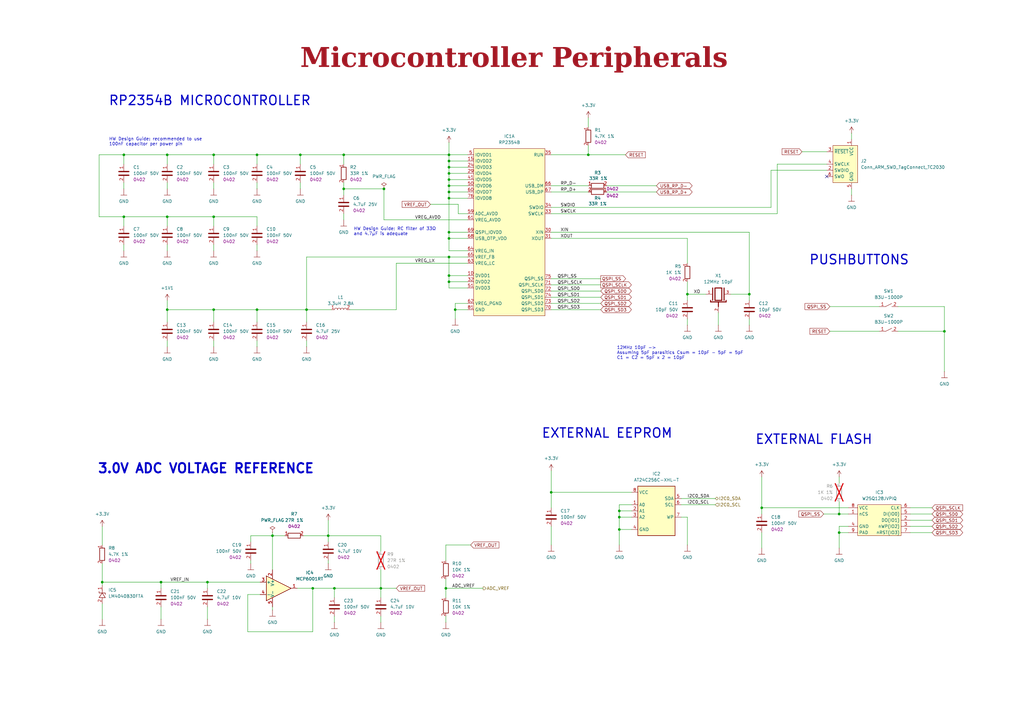
<source format=kicad_sch>
(kicad_sch (version 20250114) (generator "eeschema") (generator_version "9.0")
  (paper "A3")
  (title_block (title "Microcontroller Peripherals") (date "2026-02-05") (rev "1.0.0") (company "DvidMakesThings"))
  (text "EXTERNAL EEPROM" (at 221.996 177.8 0) (effects (font (size 3.81 3.81) (thickness 0.508) (bold yes)) (justify left)))
  (text "PUSHBUTTONS" (at 331.724 106.68 0) (effects (font (size 3.81 3.81) (thickness 0.508) (bold yes)) (justify left)))
  (text "EXTERNAL FLASH" (at 309.626 180.34 0) (effects (font (size 3.81 3.81) (thickness 0.508) (bold yes)) (justify left)))
  (text "RP2354B MICROCONTROLLER" (at 44.45 41.402 0) (effects (font (size 3.81 3.81) (thickness 0.508) (bold yes)) (justify left)))
  (text "HW Design Guide: RC filter of 33Ω\nand 4.7μF is adequate" (at 145.034 94.996 0) (effects (font (size 1.27 1.27)) (justify left)))
  (text "HW Design Guide: recommended to use\n100nF capacitor per power pin" (at 44.704 58.166 0) (effects (font (size 1.27 1.27)) (justify left)))
  (text "3.0V ADC VOLTAGE REFERENCE" (at 39.878 192.278 0) (effects (font (size 3.81 3.81) (thickness 0.762) (bold yes)) (justify left)))
  (text "12MHz 10pF ->\nAssuming 5pF parasitics Csum = 10pF - 5pF = 5pF\nC1 = C2 = 5pF x 2 = 10pF" (at 252.984 144.78 0) (effects (font (size 1.27 1.27)) (justify left)))
  (text_box "Microcontroller Peripherals" (at 13.97 17.78 0) (size 393.7 12.7) (margins 5.9999 5.9999 5.9999 5.9999) (stroke (width -0.0001)) (effects (font (size 8 8) (thickness 1.2) (bold yes))))
  (junction (at 182.88 241.3))
  (junction (at 157.48 77.47))
  (junction (at 184.15 71.12))
  (junction (at 156.21 241.3))
  (junction (at 85.09 238.76))
  (junction (at 184.15 105.41))
  (junction (at 254 212.09))
  (junction (at 184.15 76.2))
  (junction (at 87.63 63.5))
  (junction (at 87.63 88.9))
  (junction (at 140.97 77.47))
  (junction (at 41.91 238.76))
  (junction (at 105.41 63.5))
  (junction (at 123.19 63.5))
  (junction (at 307.34 120.65))
  (junction (at 186.69 127))
  (junction (at 184.15 95.25))
  (junction (at 387.35 135.89))
  (junction (at 184.15 97.79))
  (junction (at 312.42 208.28))
  (junction (at 184.15 73.66))
  (junction (at 68.58 127))
  (junction (at 226.06 201.93))
  (junction (at 344.17 218.44))
  (junction (at 134.62 219.71))
  (junction (at 128.27 241.3))
  (junction (at 184.15 63.5))
  (junction (at 137.16 241.3))
  (junction (at 50.8 63.5))
  (junction (at 68.58 88.9))
  (junction (at 66.04 238.76))
  (junction (at 184.15 68.58))
  (junction (at 241.3 63.5))
  (junction (at 184.15 115.57))
  (junction (at 184.15 81.28))
  (junction (at 281.94 120.65))
  (junction (at 184.15 66.04))
  (junction (at 50.8 88.9))
  (junction (at 68.58 63.5))
  (junction (at 125.73 127))
  (junction (at 111.76 219.71))
  (junction (at 140.97 63.5))
  (junction (at 184.15 113.03))
  (junction (at 344.17 210.82))
  (junction (at 254 217.17))
  (junction (at 184.15 78.74))
  (junction (at 254 209.55))
  (junction (at 105.41 127))
  (junction (at 87.63 127))
  (no_connect (at 339.09 72.39))
  (wire (pts (xy 307.34 133.35) (xy 307.34 130.81)))
  (wire (pts (xy 125.73 105.41) (xy 125.73 127)))
  (wire (pts (xy 182.88 241.3) (xy 198.12 241.3)))
  (wire (pts (xy 191.77 115.57) (xy 184.15 115.57)))
  (wire (pts (xy 162.56 107.95) (xy 191.77 107.95)))
  (wire (pts (xy 344.17 210.82) (xy 337.82 210.82)))
  (wire (pts (xy 68.58 92.71) (xy 68.58 88.9)))
  (wire (pts (xy 226.06 87.63) (xy 318.77 87.63)))
  (wire (pts (xy 184.15 78.74) (xy 191.77 78.74)))
  (wire (pts (xy 191.77 95.25) (xy 184.15 95.25)))
  (wire (pts (xy 191.77 113.03) (xy 184.15 113.03)))
  (wire (pts (xy 85.09 238.76) (xy 66.04 238.76)))
  (wire (pts (xy 105.41 127) (xy 105.41 132.08)))
  (wire (pts (xy 87.63 88.9) (xy 68.58 88.9)))
  (wire (pts (xy 184.15 68.58) (xy 191.77 68.58)))
  (wire (pts (xy 182.88 223.52) (xy 193.04 223.52)))
  (wire (pts (xy 156.21 219.71) (xy 134.62 219.71)))
  (wire (pts (xy 184.15 71.12) (xy 191.77 71.12)))
  (wire (pts (xy 226.06 119.38) (xy 246.38 119.38)))
  (wire (pts (xy 226.06 127) (xy 246.38 127)))
  (wire (pts (xy 184.15 102.87) (xy 184.15 97.79)))
  (wire (pts (xy 87.63 127) (xy 105.41 127)))
  (wire (pts (xy 347.98 208.28) (xy 312.42 208.28)))
  (wire (pts (xy 156.21 233.68) (xy 156.21 241.3)))
  (wire (pts (xy 254 209.55) (xy 254 212.09)))
  (wire (pts (xy 105.41 63.5) (xy 105.41 67.31)))
  (wire (pts (xy 241.3 63.5) (xy 256.54 63.5)))
  (wire (pts (xy 87.63 63.5) (xy 87.63 67.31)))
  (wire (pts (xy 373.38 208.28) (xy 382.27 208.28)))
  (wire (pts (xy 50.8 88.9) (xy 40.64 88.9)))
  (wire (pts (xy 182.88 245.11) (xy 182.88 241.3)))
  (wire (pts (xy 137.16 241.3) (xy 128.27 241.3)))
  (wire (pts (xy 312.42 195.58) (xy 312.42 208.28)))
  (wire (pts (xy 279.4 212.09) (xy 281.94 212.09)))
  (wire (pts (xy 157.48 90.17) (xy 191.77 90.17)))
  (wire (pts (xy 128.27 241.3) (xy 121.92 241.3)))
  (wire (pts (xy 135.89 127) (xy 125.73 127)))
  (wire (pts (xy 312.42 224.79) (xy 312.42 218.44)))
  (wire (pts (xy 347.98 210.82) (xy 344.17 210.82)))
  (wire (pts (xy 373.38 215.9) (xy 382.27 215.9)))
  (wire (pts (xy 66.04 254) (xy 66.04 248.92)))
  (wire (pts (xy 373.38 213.36) (xy 382.27 213.36)))
  (wire (pts (xy 259.08 207.01) (xy 254 207.01)))
  (wire (pts (xy 140.97 90.17) (xy 140.97 87.63)))
  (wire (pts (xy 87.63 63.5) (xy 105.41 63.5)))
  (wire (pts (xy 68.58 127) (xy 87.63 127)))
  (wire (pts (xy 349.25 80.01) (xy 349.25 77.47)))
  (wire (pts (xy 226.06 97.79) (xy 281.94 97.79)))
  (wire (pts (xy 368.3 125.73) (xy 387.35 125.73)))
  (wire (pts (xy 137.16 241.3) (xy 137.16 245.11)))
  (wire (pts (xy 125.73 127) (xy 125.73 132.08)))
  (wire (pts (xy 191.77 97.79) (xy 184.15 97.79)))
  (wire (pts (xy 184.15 105.41) (xy 125.73 105.41)))
  (wire (pts (xy 184.15 63.5) (xy 191.77 63.5)))
  (wire (pts (xy 162.56 127) (xy 162.56 107.95)))
  (wire (pts (xy 289.56 120.65) (xy 281.94 120.65)))
  (wire (pts (xy 344.17 195.58) (xy 344.17 198.12)))
  (wire (pts (xy 241.3 48.26) (xy 241.3 52.07)))
  (wire (pts (xy 254 212.09) (xy 259.08 212.09)))
  (wire (pts (xy 105.41 77.47) (xy 105.41 74.93)))
  (wire (pts (xy 191.77 81.28) (xy 184.15 81.28)))
  (wire (pts (xy 184.15 81.28) (xy 184.15 78.74)))
  (wire (pts (xy 254 217.17) (xy 259.08 217.17)))
  (wire (pts (xy 281.94 212.09) (xy 281.94 223.52)))
  (wire (pts (xy 105.41 127) (xy 125.73 127)))
  (wire (pts (xy 128.27 259.08) (xy 128.27 241.3)))
  (wire (pts (xy 140.97 63.5) (xy 184.15 63.5)))
  (wire (pts (xy 87.63 77.47) (xy 87.63 74.93)))
  (wire (pts (xy 316.23 69.85) (xy 339.09 69.85)))
  (wire (pts (xy 186.69 127) (xy 186.69 130.81)))
  (wire (pts (xy 294.64 133.35) (xy 294.64 128.27)))
  (wire (pts (xy 307.34 120.65) (xy 307.34 123.19)))
  (wire (pts (xy 184.15 118.11) (xy 184.15 115.57)))
  (wire (pts (xy 184.15 73.66) (xy 184.15 71.12)))
  (wire (pts (xy 281.94 97.79) (xy 281.94 107.95)))
  (wire (pts (xy 68.58 102.87) (xy 68.58 100.33)))
  (wire (pts (xy 316.23 85.09) (xy 316.23 69.85)))
  (wire (pts (xy 143.51 127) (xy 162.56 127)))
  (wire (pts (xy 102.87 222.25) (xy 102.87 219.71)))
  (wire (pts (xy 101.6 259.08) (xy 128.27 259.08)))
  (wire (pts (xy 68.58 123.19) (xy 68.58 127)))
  (wire (pts (xy 186.69 127) (xy 191.77 127)))
  (wire (pts (xy 254 207.01) (xy 254 209.55)))
  (wire (pts (xy 340.36 125.73) (xy 360.68 125.73)))
  (wire (pts (xy 50.8 63.5) (xy 50.8 67.31)))
  (wire (pts (xy 368.3 135.89) (xy 387.35 135.89)))
  (wire (pts (xy 226.06 76.2) (xy 241.3 76.2)))
  (wire (pts (xy 50.8 88.9) (xy 68.58 88.9)))
  (wire (pts (xy 318.77 67.31) (xy 339.09 67.31)))
  (wire (pts (xy 182.88 241.3) (xy 182.88 237.49)))
  (wire (pts (xy 344.17 205.74) (xy 344.17 210.82)))
  (wire (pts (xy 191.77 105.41) (xy 184.15 105.41)))
  (wire (pts (xy 184.15 68.58) (xy 184.15 66.04)))
  (wire (pts (xy 191.77 118.11) (xy 184.15 118.11)))
  (wire (pts (xy 111.76 219.71) (xy 116.84 219.71)))
  (wire (pts (xy 184.15 115.57) (xy 184.15 113.03)))
  (wire (pts (xy 184.15 97.79) (xy 184.15 95.25)))
  (wire (pts (xy 184.15 113.03) (xy 184.15 105.41)))
  (wire (pts (xy 254 212.09) (xy 254 217.17)))
  (wire (pts (xy 134.62 231.14) (xy 134.62 229.87)))
  (wire (pts (xy 299.72 120.65) (xy 307.34 120.65)))
  (wire (pts (xy 124.46 219.71) (xy 134.62 219.71)))
  (wire (pts (xy 40.64 63.5) (xy 50.8 63.5)))
  (wire (pts (xy 226.06 78.74) (xy 241.3 78.74)))
  (wire (pts (xy 307.34 95.25) (xy 307.34 120.65)))
  (wire (pts (xy 50.8 92.71) (xy 50.8 88.9)))
  (wire (pts (xy 85.09 241.3) (xy 85.09 238.76)))
  (wire (pts (xy 184.15 95.25) (xy 184.15 81.28)))
  (wire (pts (xy 41.91 238.76) (xy 41.91 240.03)))
  (wire (pts (xy 187.96 83.82) (xy 187.96 87.63)))
  (wire (pts (xy 50.8 63.5) (xy 68.58 63.5)))
  (wire (pts (xy 281.94 133.35) (xy 281.94 130.81)))
  (wire (pts (xy 226.06 124.46) (xy 246.38 124.46)))
  (wire (pts (xy 279.4 204.47) (xy 293.37 204.47)))
  (wire (pts (xy 85.09 238.76) (xy 106.68 238.76)))
  (wire (pts (xy 41.91 231.14) (xy 41.91 238.76)))
  (wire (pts (xy 226.06 201.93) (xy 226.06 208.28)))
  (wire (pts (xy 156.21 255.27) (xy 156.21 252.73)))
  (wire (pts (xy 111.76 250.19) (xy 111.76 248.92)))
  (wire (pts (xy 102.87 219.71) (xy 111.76 219.71)))
  (wire (pts (xy 187.96 87.63) (xy 191.77 87.63)))
  (wire (pts (xy 105.41 142.24) (xy 105.41 139.7)))
  (wire (pts (xy 134.62 213.36) (xy 134.62 219.71)))
  (wire (pts (xy 85.09 254) (xy 85.09 248.92)))
  (wire (pts (xy 105.41 92.71) (xy 105.41 88.9)))
  (wire (pts (xy 41.91 215.9) (xy 41.91 223.52)))
  (wire (pts (xy 50.8 102.87) (xy 50.8 100.33)))
  (wire (pts (xy 156.21 241.3) (xy 137.16 241.3)))
  (wire (pts (xy 157.48 90.17) (xy 157.48 77.47)))
  (wire (pts (xy 68.58 63.5) (xy 68.58 67.31)))
  (wire (pts (xy 281.94 115.57) (xy 281.94 120.65)))
  (wire (pts (xy 184.15 71.12) (xy 184.15 68.58)))
  (wire (pts (xy 184.15 63.5) (xy 184.15 58.42)))
  (wire (pts (xy 184.15 76.2) (xy 191.77 76.2)))
  (wire (pts (xy 191.77 102.87) (xy 184.15 102.87)))
  (wire (pts (xy 157.48 77.47) (xy 140.97 77.47)))
  (wire (pts (xy 312.42 208.28) (xy 312.42 210.82)))
  (wire (pts (xy 156.21 241.3) (xy 162.56 241.3)))
  (wire (pts (xy 248.92 76.2) (xy 269.24 76.2)))
  (wire (pts (xy 226.06 85.09) (xy 316.23 85.09)))
  (wire (pts (xy 137.16 255.27) (xy 137.16 252.73)))
  (wire (pts (xy 41.91 247.65) (xy 41.91 254)))
  (wire (pts (xy 186.69 124.46) (xy 186.69 127)))
  (wire (pts (xy 111.76 218.44) (xy 111.76 219.71)))
  (wire (pts (xy 68.58 142.24) (xy 68.58 139.7)))
  (wire (pts (xy 101.6 243.84) (xy 101.6 259.08)))
  (wire (pts (xy 68.58 77.47) (xy 68.58 74.93)))
  (wire (pts (xy 40.64 88.9) (xy 40.64 63.5)))
  (wire (pts (xy 134.62 219.71) (xy 134.62 222.25)))
  (wire (pts (xy 123.19 63.5) (xy 123.19 67.31)))
  (wire (pts (xy 87.63 142.24) (xy 87.63 139.7)))
  (wire (pts (xy 105.41 88.9) (xy 87.63 88.9)))
  (wire (pts (xy 226.06 193.04) (xy 226.06 201.93)))
  (wire (pts (xy 226.06 223.52) (xy 226.06 215.9)))
  (wire (pts (xy 111.76 219.71) (xy 111.76 233.68)))
  (wire (pts (xy 241.3 59.69) (xy 241.3 63.5)))
  (wire (pts (xy 254 209.55) (xy 259.08 209.55)))
  (wire (pts (xy 105.41 63.5) (xy 123.19 63.5)))
  (wire (pts (xy 176.53 83.82) (xy 187.96 83.82)))
  (wire (pts (xy 66.04 241.3) (xy 66.04 238.76)))
  (wire (pts (xy 123.19 63.5) (xy 140.97 63.5)))
  (wire (pts (xy 279.4 207.01) (xy 293.37 207.01)))
  (wire (pts (xy 87.63 102.87) (xy 87.63 100.33)))
  (wire (pts (xy 182.88 255.27) (xy 182.88 252.73)))
  (wire (pts (xy 347.98 215.9) (xy 344.17 215.9)))
  (wire (pts (xy 226.06 121.92) (xy 246.38 121.92)))
  (wire (pts (xy 184.15 78.74) (xy 184.15 76.2)))
  (wire (pts (xy 50.8 77.47) (xy 50.8 74.93)))
  (wire (pts (xy 248.92 78.74) (xy 269.24 78.74)))
  (wire (pts (xy 328.93 62.23) (xy 339.09 62.23)))
  (wire (pts (xy 184.15 73.66) (xy 191.77 73.66)))
  (wire (pts (xy 184.15 66.04) (xy 191.77 66.04)))
  (wire (pts (xy 226.06 116.84) (xy 246.38 116.84)))
  (wire (pts (xy 226.06 201.93) (xy 259.08 201.93)))
  (wire (pts (xy 281.94 120.65) (xy 281.94 123.19)))
  (wire (pts (xy 105.41 102.87) (xy 105.41 100.33)))
  (wire (pts (xy 184.15 76.2) (xy 184.15 73.66)))
  (wire (pts (xy 226.06 114.3) (xy 246.38 114.3)))
  (wire (pts (xy 140.97 77.47) (xy 140.97 80.01)))
  (wire (pts (xy 87.63 88.9) (xy 87.63 92.71)))
  (wire (pts (xy 184.15 66.04) (xy 184.15 63.5)))
  (wire (pts (xy 140.97 74.93) (xy 140.97 77.47)))
  (wire (pts (xy 387.35 135.89) (xy 387.35 152.4)))
  (wire (pts (xy 123.19 77.47) (xy 123.19 74.93)))
  (wire (pts (xy 340.36 135.89) (xy 360.68 135.89)))
  (wire (pts (xy 344.17 215.9) (xy 344.17 218.44)))
  (wire (pts (xy 349.25 54.61) (xy 349.25 57.15)))
  (wire (pts (xy 156.21 226.06) (xy 156.21 219.71)))
  (wire (pts (xy 373.38 210.82) (xy 382.27 210.82)))
  (wire (pts (xy 68.58 132.08) (xy 68.58 127)))
  (wire (pts (xy 373.38 218.44) (xy 382.27 218.44)))
  (wire (pts (xy 387.35 125.73) (xy 387.35 135.89)))
  (wire (pts (xy 87.63 127) (xy 87.63 132.08)))
  (wire (pts (xy 125.73 142.24) (xy 125.73 139.7)))
  (wire (pts (xy 156.21 245.11) (xy 156.21 241.3)))
  (wire (pts (xy 106.68 243.84) (xy 101.6 243.84)))
  (wire (pts (xy 68.58 63.5) (xy 87.63 63.5)))
  (wire (pts (xy 66.04 238.76) (xy 41.91 238.76)))
  (wire (pts (xy 226.06 95.25) (xy 307.34 95.25)))
  (wire (pts (xy 344.17 218.44) (xy 344.17 224.79)))
  (wire (pts (xy 140.97 67.31) (xy 140.97 63.5)))
  (wire (pts (xy 191.77 124.46) (xy 186.69 124.46)))
  (wire (pts (xy 226.06 63.5) (xy 241.3 63.5)))
  (wire (pts (xy 182.88 223.52) (xy 182.88 229.87)))
  (wire (pts (xy 344.17 218.44) (xy 347.98 218.44)))
  (wire (pts (xy 318.77 87.63) (xy 318.77 67.31)))
  (wire (pts (xy 102.87 231.14) (xy 102.87 229.87)))
  (wire (pts (xy 254 217.17) (xy 254 223.52)))
  (label "I2C0_SDA" (at 281.94 204.47 0))
  (label "QSPI_SD0" (at 228.6 119.38 0))
  (label "QSPI_SD1" (at 228.6 121.92 0))
  (label "XIN" (at 229.87 95.25 0))
  (label "SWDIO" (at 229.87 85.09 0))
  (label "QSPI_SCLK" (at 228.6 116.84 0))
  (label "VREG_AVDD" (at 170.18 90.17 0))
  (label "ADC_VREF" (at 185.42 241.3 0))
  (label "XOUT" (at 229.87 97.79 0))
  (label "VREF_IN" (at 69.85 238.76 0))
  (label "QSPI_SD2" (at 228.6 124.46 0))
  (label "QSPI_SS" (at 228.6 114.3 0))
  (label "QSPI_SD3" (at 228.6 127 0))
  (label "I2C0_SCL" (at 281.94 207.01 0))
  (label "RP_D-" (at 229.87 76.2 0))
  (label "RP_D+" (at 229.87 78.74 0))
  (label "VREG_LX" (at 170.18 107.95 0))
  (label "XO" (at 284.48 120.65 0))
  (label "SWCLK" (at 229.87 87.63 0))
  (global_label "RESET" (shape input) (at 328.93 62.23 180) (property "Intersheetrefs" "${INTERSHEET_REFS}" (effects (hide yes))))
  (global_label "VREF_OUT" (shape input) (at 162.56 241.3 0) (property "Intersheetrefs" "${INTERSHEET_REFS}" (effects (hide yes))))
  (global_label "QSPI_SD0" (shape bidirectional) (at 382.27 210.82 0) (property "Intersheetrefs" "${INTERSHEET_REFS}" (effects (hide yes))))
  (global_label "QSPI_SD1" (shape bidirectional) (at 382.27 213.36 0) (property "Intersheetrefs" "${INTERSHEET_REFS}" (effects (hide yes))))
  (global_label "VREF_OUT" (shape input) (at 193.04 223.52 0) (property "Intersheetrefs" "${INTERSHEET_REFS}" (effects (hide yes))))
  (global_label "QSPI_SS" (shape input) (at 340.36 125.73 180) (property "Intersheetrefs" "${INTERSHEET_REFS}" (effects (hide yes))))
  (global_label "QSPI_SD0" (shape bidirectional) (at 246.38 119.38 0) (property "Intersheetrefs" "${INTERSHEET_REFS}" (effects (hide yes))))
  (global_label "USB_RP_D+" (shape bidirectional) (at 269.24 78.74 0) (property "Intersheetrefs" "${INTERSHEET_REFS}" (effects (hide yes))))
  (global_label "QSPI_SD1" (shape bidirectional) (at 246.38 121.92 0) (property "Intersheetrefs" "${INTERSHEET_REFS}" (effects (hide yes))))
  (global_label "RESET" (shape input) (at 340.36 135.89 180) (property "Intersheetrefs" "${INTERSHEET_REFS}" (effects (hide yes))))
  (global_label "USB_RP_D-" (shape bidirectional) (at 269.24 76.2 0) (property "Intersheetrefs" "${INTERSHEET_REFS}" (effects (hide yes))))
  (global_label "QSPI_SCLK" (shape output) (at 246.38 116.84 0) (property "Intersheetrefs" "${INTERSHEET_REFS}" (effects (hide yes))))
  (global_label "QSPI_SD2" (shape bidirectional) (at 246.38 124.46 0) (property "Intersheetrefs" "${INTERSHEET_REFS}" (effects (hide yes))))
  (global_label "QSPI_SS" (shape output) (at 246.38 114.3 0) (property "Intersheetrefs" "${INTERSHEET_REFS}" (effects (hide yes))))
  (global_label "QSPI_SCLK" (shape input) (at 382.27 208.28 0) (property "Intersheetrefs" "${INTERSHEET_REFS}" (effects (hide yes))))
  (global_label "VREF_OUT" (shape input) (at 176.53 83.82 180) (property "Intersheetrefs" "${INTERSHEET_REFS}" (effects (hide yes))))
  (global_label "QSPI_SD3" (shape bidirectional) (at 246.38 127 0) (property "Intersheetrefs" "${INTERSHEET_REFS}" (effects (hide yes))))
  (global_label "QSPI_SD3" (shape bidirectional) (at 382.27 218.44 0) (property "Intersheetrefs" "${INTERSHEET_REFS}" (effects (hide yes))))
  (global_label "QSPI_SD2" (shape bidirectional) (at 382.27 215.9 0) (property "Intersheetrefs" "${INTERSHEET_REFS}" (effects (hide yes))))
  (global_label "RESET" (shape input) (at 256.54 63.5 0) (property "Intersheetrefs" "${INTERSHEET_REFS}" (effects (hide yes))))
  (global_label "QSPI_SS" (shape input) (at 337.82 210.82 180) (property "Intersheetrefs" "${INTERSHEET_REFS}" (effects (hide yes))))
  (hierarchical_label "ADC_VREF" (shape output) (at 198.12 241.3 0))
  (hierarchical_label "I2C0_SDA" (shape bidirectional) (at 293.37 204.47 0))
  (hierarchical_label "I2C0_SCL" (shape input) (at 293.37 207.01 0))
  (symbol (lib_id "DS_Supply:GND") (at 254 223.52 0) (unit 1)
    (property "Reference" "#PWR031" (effects (hide yes)))
    (property "Value" "GND" (at 254 228.6 0))
    (property "Description" "Power symbol creates a global label with name \"GND\" , ground" (effects (hide yes)))
  )
  (symbol (lib_id "DS_Supply:GND") (at 66.04 254 0) (unit 1)
    (property "Reference" "#PWR039" (effects (hide yes)))
    (property "Value" "GND" (at 66.04 259.08 0))
    (property "Description" "Power symbol creates a global label with name \"GND\" , ground" (effects (hide yes)))
  )
  (symbol (lib_id "power:+3.3V") (at 344.17 195.58 0) (unit 1)
    (property "Reference" "#PWR027" (effects (hide yes)))
    (property "Value" "+3.3V" (at 344.17 190.5 0))
    (property "Description" "Power symbol creates a global label with name \"+3.3V\"" (effects (hide yes)))
  )
  (symbol (lib_id "DS_Capacitor_0402:100nF 50V 0402") (at 105.41 71.12 0) (unit 1)
    (property "Reference" "C4" (at 109.22 68.5799 0) (effects (justify left)))
    (property "Value" "100nF 50V" (at 109.22 71.1199 0) (effects (justify left)))
    (property "Footprint" "Capacitor_SMD:C_0402_1005Metric" (effects (hide yes)))
    (property "Description" "50V 100nF X7R ±10% 0402 Multilayer Ceramic Capacitors MLCC - SMD/SMT ROHS" (effects (hide yes)))
    (property "FOOTPRINT_SHORT" "0402" (at 109.22 73.6599 0) (effects (justify left)))
    (property "ROHS" "YES" (effects (hide yes)))
    (property "LCSC_PART" "C307331" (effects (hide yes)))
  )
  (symbol (lib_id "DS_Switch:B3U-1000P") (at 364.49 125.73 0) (unit 1)
    (property "Reference" "SW1" (at 364.49 119.38 0))
    (property "Value" "B3U-1000P" (at 364.49 121.92 0))
    (property "Footprint" "DS_Switch:SW_B3U-1000P" (effects (hide yes)))
    (property "Datasheet" "https://jlcpcb.com/api/file/downloadByFileSystemAccessId/8588893394868953088" (effects (hide yes)))
    (property "Description" "1.53N 1.6mm 12V 2.5mm 3mm 50mA Round Button SMD(SMT) Tab SPST Surface Mount,Vertical SMD,3x2.5mm Tactile Switches ROHS" (effects (hide yes)))
    (property "MFR" "Omron Electronics" (effects (hide yes)))
    (property "MPN" "B3U-1000P" (effects (hide yes)))
    (property "LCSC_PART" "C231329" (effects (hide yes)))
    (property "ROHS" "YES" (effects (hide yes)))
  )
  (symbol (lib_id "DS_Supply:GND") (at 349.25 80.01 0) (unit 1)
    (property "Reference" "#PWR09" (effects (hide yes)))
    (property "Value" "GND" (at 349.25 85.09 0))
    (property "Description" "Power symbol creates a global label with name \"GND\" , ground" (effects (hide yes)))
  )
  (symbol (lib_id "DS_Resistor_0402:1K 1% 0402") (at 281.94 111.76 0) (unit 1)
    (property "Reference" "R5" (at 279.4 109.2199 0) (effects (justify right)))
    (property "Value" "1K 1%" (at 279.4 111.7599 0) (effects (justify right)))
    (property "Footprint" "Resistor_SMD:R_0402_1005Metric" (effects (hide yes)))
    (property "Description" "62.5mW Thick Film Resistors 50V ±100ppm/℃ ±1% 1kΩ 0402 Chip Resistor - Surface Mount ROHS" (effects (hide yes)))
    (property "LCSC_PART" "C11702" (effects (hide yes)))
    (property "ROHS" "YES" (effects (hide yes)))
    (property "FOOTPRINT_SHORT" "0402" (at 279.4 114.2999 0) (effects (justify right)))
    (property "MFR" "FH" (effects (hide yes)))
  )
  (symbol (lib_id "DS_Resistor_0402:10K 1% 0402") (at 182.88 248.92 0) (unit 1)
    (property "Reference" "R11" (at 185.42 246.3799 0) (effects (justify left)))
    (property "Value" "10K 1%" (at 185.42 248.9199 0) (effects (justify left)))
    (property "Footprint" "Resistor_SMD:R_0402_1005Metric" (effects (hide yes)))
    (property "Description" "62.5mW Thick Film Resistors 50V ±100ppm/℃ ±1% 10kΩ 0402 Chip Resistor - Surface Mount ROHS" (effects (hide yes)))
    (property "LCSC_PART" "C25744" (effects (hide yes)))
    (property "ROHS" "YES" (effects (hide yes)))
    (property "FOOTPRINT_SHORT" "0402" (at 185.42 251.4599 0) (effects (justify left)))
    (property "MFR" "ROHM" (effects (hide yes)))
  )
  (symbol (lib_id "DS_Supply:GND") (at 87.63 102.87 0) (unit 1)
    (property "Reference" "#PWR013" (effects (hide yes)))
    (property "Value" "GND" (at 87.63 107.95 0))
    (property "Description" "Power symbol creates a global label with name \"GND\" , ground" (effects (hide yes)))
  )
  (symbol (lib_id "power:+3.3V") (at 134.62 213.36 0) (unit 1)
    (property "Reference" "#PWR028" (effects (hide yes)))
    (property "Value" "+3.3V" (at 134.62 208.28 0))
    (property "Description" "Power symbol creates a global label with name \"+3.3V\"" (effects (hide yes)))
  )
  (symbol (lib_id "DS_Capacitor_0402:100nF 50V 0402") (at 68.58 96.52 0) (unit 1)
    (property "Reference" "C8" (at 72.39 93.9799 0) (effects (justify left)))
    (property "Value" "100nF 50V" (at 72.39 96.5199 0) (effects (justify left)))
    (property "Footprint" "Capacitor_SMD:C_0402_1005Metric" (effects (hide yes)))
    (property "Description" "50V 100nF X7R ±10% 0402 Multilayer Ceramic Capacitors MLCC - SMD/SMT ROHS" (effects (hide yes)))
    (property "FOOTPRINT_SHORT" "0402" (at 72.39 99.0599 0) (effects (justify left)))
    (property "ROHS" "YES" (effects (hide yes)))
    (property "LCSC_PART" "C307331" (effects (hide yes)))
  )
  (symbol (lib_id "DS_Resistor_0402:4.7K 1% 0402") (at 241.3 55.88 0) (unit 1)
    (property "Reference" "R1" (at 243.84 53.3399 0) (effects (justify left)))
    (property "Value" "4.7K 1%" (at 243.84 55.8799 0) (effects (justify left)))
    (property "Footprint" "Resistor_SMD:R_0402_1005Metric" (effects (hide yes)))
    (property "Description" "62.5mW Thick Film Resistors 50V ±100ppm/℃ ±1% 4.7kΩ 0402 Chip Resistor - Surface Mount ROHS" (effects (hide yes)))
    (property "LCSC_PART" "C25900" (effects (hide yes)))
    (property "ROHS" "YES" (effects (hide yes)))
    (property "FOOTPRINT_SHORT" "0402" (at 243.84 58.4199 0) (effects (justify left)))
  )
  (symbol (lib_id "power:+3.3V") (at 226.06 193.04 0) (unit 1)
    (property "Reference" "#PWR025" (effects (hide yes)))
    (property "Value" "+3.3V" (at 226.06 187.96 0))
    (property "Description" "Power symbol creates a global label with name \"+3.3V\"" (effects (hide yes)))
  )
  (symbol (lib_id "DS_Supply:GND") (at 111.76 250.19 0) (unit 1)
    (property "Reference" "#PWR037" (effects (hide yes)))
    (property "Value" "GND" (at 111.76 255.27 0))
    (property "Description" "Power symbol creates a global label with name \"GND\" , ground" (effects (hide yes)))
  )
  (symbol (lib_id "DS_Supply:GND") (at 105.41 77.47 0) (unit 1)
    (property "Reference" "#PWR07" (effects (hide yes)))
    (property "Value" "GND" (at 105.41 82.55 0))
    (property "Description" "Power symbol creates a global label with name \"GND\" , ground" (effects (hide yes)))
  )
  (symbol (lib_id "DS_Supply:GND") (at 85.09 254 0) (unit 1)
    (property "Reference" "#PWR040" (effects (hide yes)))
    (property "Value" "GND" (at 85.09 259.08 0))
    (property "Description" "Power symbol creates a global label with name \"GND\" , ground" (effects (hide yes)))
  )
  (symbol (lib_id "power:+3.3V") (at 41.91 215.9 0) (unit 1)
    (property "Reference" "#PWR029" (effects (hide yes)))
    (property "Value" "+3.3V" (at 41.91 210.82 0))
    (property "Description" "Power symbol creates a global label with name \"+3.3V\"" (effects (hide yes)))
  )
  (symbol (lib_id "DS_Supply:GND") (at 50.8 102.87 0) (unit 1)
    (property "Reference" "#PWR011" (effects (hide yes)))
    (property "Value" "GND" (at 50.8 107.95 0))
    (property "Description" "Power symbol creates a global label with name \"GND\" , ground" (effects (hide yes)))
  )
  (symbol (lib_id "DS_Capacitor_0402:100nF 50V 0402") (at 312.42 214.63 0) (unit 1)
    (property "Reference" "C18" (at 316.23 212.0899 0) (effects (justify left)))
    (property "Value" "100nF 50V" (at 316.23 214.6299 0) (effects (justify left)))
    (property "Footprint" "Capacitor_SMD:C_0402_1005Metric" (effects (hide yes)))
    (property "Description" "50V 100nF X7R ±10% 0402 Multilayer Ceramic Capacitors MLCC - SMD/SMT ROHS" (effects (hide yes)))
    (property "FOOTPRINT_SHORT" "0402" (at 316.23 217.1699 0) (effects (justify left)))
    (property "ROHS" "YES" (effects (hide yes)))
    (property "LCSC_PART" "C307331" (effects (hide yes)))
  )
  (symbol (lib_id "DS_Supply:GND") (at 186.69 130.81 0) (unit 1)
    (property "Reference" "#PWR016" (effects (hide yes)))
    (property "Value" "GND" (at 186.69 135.89 0))
    (property "Description" "Power symbol creates a global label with name \"GND\" , ground" (effects (hide yes)))
  )
  (symbol (lib_id "DS_Supply:GND") (at 68.58 102.87 0) (unit 1)
    (property "Reference" "#PWR012" (effects (hide yes)))
    (property "Value" "GND" (at 68.58 107.95 0))
    (property "Description" "Power symbol creates a global label with name \"GND\" , ground" (effects (hide yes)))
  )
  (symbol (lib_id "DS_Inductor:3.3uH_2.8A") (at 139.7 127 0) (unit 1)
    (property "Reference" "L1" (at 139.7 121.92 0))
    (property "Value" "3.3uH 2.8A" (at 139.7 124.46 0))
    (property "Footprint" "DS_Inductor:0805" (effects (hide yes)))
    (property "Datasheet" "https://abracon.com/datasheets/AOTA-B201610S3R3-101-T.pdf" (effects (hide yes)))
    (property "Description" "MINI MOLDED POWER INDUCTOR (3.3µH )" (effects (hide yes)))
    (property "LCSC_PART" "C42411119" (effects (hide yes)))
    (property "ROHS" "YES" (effects (hide yes)))
    (property "MPN" "AOTA-B201610S3R3-101-T" (effects (hide yes)))
    (property "MFR" "Abracon " (effects (hide yes)))
  )
  (symbol (lib_id "DS_Supply:GND") (at 68.58 77.47 0) (unit 1)
    (property "Reference" "#PWR05" (effects (hide yes)))
    (property "Value" "GND" (at 68.58 82.55 0))
    (property "Description" "Power symbol creates a global label with name \"GND\" , ground" (effects (hide yes)))
  )
  (symbol (lib_id "DS_Capacitor_0402:100nF 50V 0402") (at 68.58 135.89 0) (unit 1)
    (property "Reference" "C13" (at 72.39 133.3499 0) (effects (justify left)))
    (property "Value" "100nF 50V" (at 72.39 135.8899 0) (effects (justify left)))
    (property "Footprint" "Capacitor_SMD:C_0402_1005Metric" (effects (hide yes)))
    (property "Description" "50V 100nF X7R ±10% 0402 Multilayer Ceramic Capacitors MLCC - SMD/SMT ROHS" (effects (hide yes)))
    (property "FOOTPRINT_SHORT" "0402" (at 72.39 138.4299 0) (effects (justify left)))
    (property "ROHS" "YES" (effects (hide yes)))
    (property "LCSC_PART" "C307331" (effects (hide yes)))
  )
  (symbol (lib_id "DS_Supply:GND") (at 182.88 255.27 0) (unit 1)
    (property "Reference" "#PWR043" (effects (hide yes)))
    (property "Value" "GND" (at 182.88 260.35 0))
    (property "Description" "Power symbol creates a global label with name \"GND\" , ground" (effects (hide yes)))
  )
  (symbol (lib_id "DS_Capacitor_0402:100nF 50V 0402") (at 226.06 212.09 0) (unit 1)
    (property "Reference" "C17" (at 229.87 209.5499 0) (effects (justify left)))
    (property "Value" "100nF 50V" (at 229.87 212.0899 0) (effects (justify left)))
    (property "Footprint" "Capacitor_SMD:C_0402_1005Metric" (effects (hide yes)))
    (property "Description" "50V 100nF X7R ±10% 0402 Multilayer Ceramic Capacitors MLCC - SMD/SMT ROHS" (effects (hide yes)))
    (property "FOOTPRINT_SHORT" "0402" (at 229.87 214.6299 0) (effects (justify left)))
    (property "ROHS" "YES" (effects (hide yes)))
    (property "LCSC_PART" "C307331" (effects (hide yes)))
  )
  (symbol (lib_id "DS_Capacitor_0402:100nF 50V 0402") (at 50.8 96.52 0) (unit 1)
    (property "Reference" "C7" (at 54.61 93.9799 0) (effects (justify left)))
    (property "Value" "100nF 50V" (at 54.61 96.5199 0) (effects (justify left)))
    (property "Footprint" "Capacitor_SMD:C_0402_1005Metric" (effects (hide yes)))
    (property "Description" "50V 100nF X7R ±10% 0402 Multilayer Ceramic Capacitors MLCC - SMD/SMT ROHS" (effects (hide yes)))
    (property "FOOTPRINT_SHORT" "0402" (at 54.61 99.0599 0) (effects (justify left)))
    (property "ROHS" "YES" (effects (hide yes)))
    (property "LCSC_PART" "C307331" (effects (hide yes)))
  )
  (symbol (lib_id "power:PWR_FLAG") (at 157.48 77.47 0) (unit 1)
    (property "Reference" "#FLG08" (effects (hide yes)))
    (property "Value" "PWR_FLAG" (at 157.48 72.39 0))
    (property "Description" "Special symbol for telling ERC where power comes from" (effects (hide yes)))
  )
  (symbol (lib_id "DS_Supply:GND") (at 226.06 223.52 0) (unit 1)
    (property "Reference" "#PWR030" (effects (hide yes)))
    (property "Value" "GND" (at 226.06 228.6 0))
    (property "Description" "Power symbol creates a global label with name \"GND\" , ground" (effects (hide yes)))
  )
  (symbol (lib_id "DS_Supply:GND") (at 307.34 133.35 0) (unit 1)
    (property "Reference" "#PWR019" (effects (hide yes)))
    (property "Value" "GND" (at 307.34 138.43 0))
    (property "Description" "Power symbol creates a global label with name \"GND\" , ground" (effects (hide yes)))
  )
  (symbol (lib_id "DS_Resistor_0402:33R 1% 0402") (at 140.97 71.12 0) (unit 1)
    (property "Reference" "R2" (at 143.51 68.5799 0) (effects (justify left)))
    (property "Value" "33R 1%" (at 143.51 71.1199 0) (effects (justify left)))
    (property "Footprint" "Resistor_SMD:R_0402_1005Metric" (effects (hide yes)))
    (property "Description" "-55℃~+155℃ 33Ω 50V 62.5mW Thick Film Resistor ±1% ±100ppm/℃ 0402 Chip Resistor - Surface Mount ROHS" (effects (hide yes)))
    (property "LCSC_PART" "C25105" (effects (hide yes)))
    (property "ROHS" "YES" (effects (hide yes)))
    (property "FOOTPRINT_SHORT" "0402" (at 143.51 73.6599 0) (effects (justify left)))
    (property "MFR" "ROHM" (effects (hide yes)))
  )
  (symbol (lib_id "DS_Capacitor_0402:10pF 50V 0402") (at 307.34 127 0) (unit 1)
    (property "Reference" "C12" (at 311.15 124.4599 0) (effects (justify left)))
    (property "Value" "10pF 50V" (at 311.15 126.9999 0) (effects (justify left)))
    (property "Footprint" "Capacitor_SMD:C_0402_1005Metric" (effects (hide yes)))
    (property "Description" "10pF 50V C0G ±5% 0402 Multilayer Ceramic Capacitors MLCC - SMD/SMT ROHS" (effects (hide yes)))
    (property "FOOTPRINT_SHORT" "0402" (at 311.15 129.5399 0) (effects (justify left)))
    (property "ROHS" "YES" (effects (hide yes)))
    (property "LCSC_PART" "C466222" (effects (hide yes)))
    (property "MFR" "CCTC" (effects (hide yes)))
  )
  (symbol (lib_id "DS_Capacitor_0402:100nF 50V 0402") (at 102.87 226.06 0) (unit 1)
    (property "Reference" "C19" (at 99.06 223.5199 0) (effects (justify right)))
    (property "Value" "100nF 50V" (at 99.06 226.0599 0) (effects (justify right)))
    (property "Footprint" "Capacitor_SMD:C_0402_1005Metric" (effects (hide yes)))
    (property "Description" "50V 100nF X7R ±10% 0402 Multilayer Ceramic Capacitors MLCC - SMD/SMT ROHS" (effects (hide yes)))
    (property "FOOTPRINT_SHORT" "0402" (at 99.06 228.5999 0) (effects (justify right)))
    (property "ROHS" "YES" (effects (hide yes)))
    (property "LCSC_PART" "C307331" (effects (hide yes)))
  )
  (symbol (lib_id "DS_Supply:GND") (at 102.87 231.14 0) (unit 1)
    (property "Reference" "#PWR035" (effects (hide yes)))
    (property "Value" "GND" (at 102.87 236.22 0))
    (property "Description" "Power symbol creates a global label with name \"GND\" , ground" (effects (hide yes)))
  )
  (symbol (lib_id "power:+3.3V") (at 312.42 195.58 0) (unit 1)
    (property "Reference" "#PWR026" (effects (hide yes)))
    (property "Value" "+3.3V" (at 312.42 190.5 0))
    (property "Description" "Power symbol creates a global label with name \"+3.3V\"" (effects (hide yes)))
  )
  (symbol (lib_id "DS_Capacitor_0402:10pF 50V 0402") (at 281.94 127 0) (mirror y) (unit 1)
    (property "Reference" "C11" (at 278.13 124.4599 0) (effects (justify left)))
    (property "Value" "10pF 50V" (at 278.13 126.9999 0) (effects (justify left)))
    (property "Footprint" "Capacitor_SMD:C_0402_1005Metric" (effects (hide yes)))
    (property "Description" "10pF 50V C0G ±5% 0402 Multilayer Ceramic Capacitors MLCC - SMD/SMT ROHS" (effects (hide yes)))
    (property "FOOTPRINT_SHORT" "0402" (at 278.13 129.5399 0) (effects (justify left)))
    (property "ROHS" "YES" (effects (hide yes)))
    (property "LCSC_PART" "C466222" (effects (hide yes)))
    (property "MFR" "CCTC" (effects (hide yes)))
  )
  (symbol (lib_id "power:+1V1") (at 68.58 123.19 0) (unit 1)
    (property "Reference" "#PWR015" (effects (hide yes)))
    (property "Value" "+1V1" (at 68.58 118.11 0))
    (property "Description" "Power symbol creates a global label with name \"+1V1\"" (effects (hide yes)))
  )
  (symbol (lib_id "DS_Vreg:LM4040B30FTA") (at 41.91 243.84 0) (unit 1)
    (property "Reference" "IC5" (at 44.45 241.9857 0) (effects (justify left)))
    (property "Value" "LM4040B30FTA" (at 44.45 244.5257 0) (effects (justify left)))
    (property "Footprint" "DS_Vreg:SOT-23" (effects (hide yes)))
    (property "Datasheet" "https://www.diodes.com/assets/Datasheets/LM4040.pdf" (effects (hide yes)))
    (property "Description" "Shunt Voltage Reference IC Fixed 3V V ±0.2% 15 mA SOT-23-3" (effects (hide yes)))
    (property "ROHS" "YES" (effects (hide yes)))
    (property "LCSC_PART" "C460604" (effects (hide yes)))
    (property "LCSC_PRICE" "EUR 0.4529" (effects (hide yes)))
    (property "MPN" "LM4040B30FTA" (effects (hide yes)))
    (property "MFR" "Diodes Incorporated" (effects (hide yes)))
    (property "DIST1" "https://www.digikey.at/en/products/detail/diodes-incorporated/lm4040b30fta/4249965" (effects (hide yes)))
    (property "PPU1" "EUR0.750 DIGI" (effects (hide yes)))
  )
  (symbol (lib_id "DS_Resistor_0402:4.7K 1% 0402") (at 41.91 227.33 0) (unit 1)
    (property "Reference" "R8" (at 44.45 224.7899 0) (effects (justify left)))
    (property "Value" "4.7K 1%" (at 44.45 227.3299 0) (effects (justify left)))
    (property "Footprint" "Resistor_SMD:R_0402_1005Metric" (effects (hide yes)))
    (property "Description" "62.5mW Thick Film Resistors 50V ±100ppm/℃ ±1% 4.7kΩ 0402 Chip Resistor - Surface Mount ROHS" (effects (hide yes)))
    (property "LCSC_PART" "C25900" (effects (hide yes)))
    (property "ROHS" "YES" (effects (hide yes)))
    (property "FOOTPRINT_SHORT" "0402" (at 44.45 229.8699 0) (effects (justify left)))
  )
  (symbol (lib_id "DS_Supply:GND") (at 105.41 102.87 0) (unit 1)
    (property "Reference" "#PWR014" (effects (hide yes)))
    (property "Value" "GND" (at 105.41 107.95 0))
    (property "Description" "Power symbol creates a global label with name \"GND\" , ground" (effects (hide yes)))
  )
  (symbol (lib_id "DS_Capacitor_0402:4.7uF 25V 0402") (at 125.73 135.89 0) (unit 1)
    (property "Reference" "C16" (at 129.54 133.3499 0) (effects (justify left)))
    (property "Value" "4.7uF 25V" (at 129.54 135.8899 0) (effects (justify left)))
    (property "Footprint" "Capacitor_SMD:C_0402_1005Metric" (effects (hide yes)))
    (property "Description" "25V 4.7uF X5R ±20% 0402 Multilayer Ceramic Capacitors MLCC - SMD/SMT ROHS" (effects (hide yes)))
    (property "FOOTPRINT_SHORT" "0402" (at 129.54 138.4299 0) (effects (justify left)))
    (property "ROHS" "YES" (effects (hide yes)))
    (property "LCSC_PART" "C22367824" (effects (hide yes)))
    (property "MFR" "Murata" (effects (hide yes)))
  )
  (symbol (lib_id "DS_Memory:W25Q128JVPIQ") (at 360.68 213.36 0) (unit 1)
    (property "Reference" "IC3" (at 360.68 201.93 0))
    (property "Value" "W25Q128JVPIQ" (at 360.68 204.47 0))
    (property "Footprint" "DS_Memory:WSON8_6x5" (effects (hide yes)))
    (property "Datasheet" "https://www.winbond.com/resource-files/w25q128jv%20revf%2003272018%20plus.pdf" (effects (hide yes)))
    (property "Description" "FLASH - NOR Memory IC 128Mbit SPI - Quad I/O, QPI 133 MHz 8-WSON (6x5)" (effects (hide yes)))
    (property "MPN" "W25Q128JVPIQ" (effects (hide yes)))
    (property "MFR" "Winbond Electronics" (effects (hide yes)))
    (property "ROHS" "YES" (effects (hide yes)))
    (property "LCSC_PART" "C190862" (effects (hide yes)))
  )
  (symbol (lib_id "power:PWR_FLAG") (at 111.76 218.44 0) (unit 1)
    (property "Reference" "#FLG01" (effects (hide yes)))
    (property "Value" "PWR_FLAG" (at 111.76 213.36 0))
    (property "Description" "Special symbol for telling ERC where power comes from" (effects (hide yes)))
  )
  (symbol (lib_id "DS_Capacitor_0402:100nF 50V 0402") (at 50.8 71.12 0) (unit 1)
    (property "Reference" "C1" (at 54.61 68.5799 0) (effects (justify left)))
    (property "Value" "100nF 50V" (at 54.61 71.1199 0) (effects (justify left)))
    (property "Footprint" "Capacitor_SMD:C_0402_1005Metric" (effects (hide yes)))
    (property "Description" "50V 100nF X7R ±10% 0402 Multilayer Ceramic Capacitors MLCC - SMD/SMT ROHS" (effects (hide yes)))
    (property "FOOTPRINT_SHORT" "0402" (at 54.61 73.6599 0) (effects (justify left)))
    (property "ROHS" "YES" (effects (hide yes)))
    (property "LCSC_PART" "C307331" (effects (hide yes)))
  )
  (symbol (lib_id "DS_Capacitor_0402:100nF 50V 0402") (at 105.41 96.52 0) (unit 1)
    (property "Reference" "C10" (at 109.22 93.9799 0) (effects (justify left)))
    (property "Value" "100nF 50V" (at 109.22 96.5199 0) (effects (justify left)))
    (property "Footprint" "Capacitor_SMD:C_0402_1005Metric" (effects (hide yes)))
    (property "Description" "50V 100nF X7R ±10% 0402 Multilayer Ceramic Capacitors MLCC - SMD/SMT ROHS" (effects (hide yes)))
    (property "FOOTPRINT_SHORT" "0402" (at 109.22 99.0599 0) (effects (justify left)))
    (property "ROHS" "YES" (effects (hide yes)))
    (property "LCSC_PART" "C307331" (effects (hide yes)))
  )
  (symbol (lib_id "DS_Supply:GND") (at 156.21 255.27 0) (unit 1)
    (property "Reference" "#PWR042" (effects (hide yes)))
    (property "Value" "GND" (at 156.21 260.35 0))
    (property "Description" "Power symbol creates a global label with name \"GND\" , ground" (effects (hide yes)))
  )
  (symbol (lib_id "DS_Supply:GND") (at 41.91 254 0) (unit 1)
    (property "Reference" "#PWR038" (effects (hide yes)))
    (property "Value" "GND" (at 41.91 259.08 0))
    (property "Description" "Power symbol creates a global label with name \"GND\" , ground" (effects (hide yes)))
  )
  (symbol (lib_id "DS_Microcontroller:RP2354B") (at 208.28 95.25 0) (unit 1)
    (property "Reference" "IC1" (at 208.915 55.88 0))
    (property "Value" "RP2354B" (at 208.915 58.42 0))
    (property "Footprint" "DS_Microcontroller:QFN80_10x10" (effects (hide yes)))
    (property "Datasheet" "https://pip-assets.raspberrypi.com/categories/1214-rp2350/documents/RP-008373-DS-2-rp2350-datasheet.pdf?disposition=inline" (effects (hide yes)))
    (property "Description" "QFN-80-EP(10x10) Microcontrollers (MCU/MPU/SOC) ROHS" (effects (hide yes)))
    (property "LCSC_PART" "C39843328" (effects (hide yes)))
    (property "MFR" "Raspberry Pi " (effects (hide yes)))
    (property "MPN" "RP2354B" (effects (hide yes)))
    (property "ROHS" "YES" (effects (hide yes)))
  )
  (symbol (lib_id "DS_Supply:GND") (at 87.63 77.47 0) (unit 1)
    (property "Reference" "#PWR06" (effects (hide yes)))
    (property "Value" "GND" (at 87.63 82.55 0))
    (property "Description" "Power symbol creates a global label with name \"GND\" , ground" (effects (hide yes)))
  )
  (symbol (lib_id "DS_Capacitor_0402:100nF 50V 0402") (at 105.41 135.89 0) (unit 1)
    (property "Reference" "C15" (at 109.22 133.3499 0) (effects (justify left)))
    (property "Value" "100nF 50V" (at 109.22 135.8899 0) (effects (justify left)))
    (property "Footprint" "Capacitor_SMD:C_0402_1005Metric" (effects (hide yes)))
    (property "Description" "50V 100nF X7R ±10% 0402 Multilayer Ceramic Capacitors MLCC - SMD/SMT ROHS" (effects (hide yes)))
    (property "FOOTPRINT_SHORT" "0402" (at 109.22 138.4299 0) (effects (justify left)))
    (property "ROHS" "YES" (effects (hide yes)))
    (property "LCSC_PART" "C307331" (effects (hide yes)))
  )
  (symbol (lib_id "DS_Supply:GND") (at 123.19 77.47 0) (unit 1)
    (property "Reference" "#PWR08" (effects (hide yes)))
    (property "Value" "GND" (at 123.19 82.55 0))
    (property "Description" "Power symbol creates a global label with name \"GND\" , ground" (effects (hide yes)))
  )
  (symbol (lib_id "DS_Supply:GND") (at 50.8 77.47 0) (unit 1)
    (property "Reference" "#PWR04" (effects (hide yes)))
    (property "Value" "GND" (at 50.8 82.55 0))
    (property "Description" "Power symbol creates a global label with name \"GND\" , ground" (effects (hide yes)))
  )
  (symbol (lib_id "DS_Resistor_0402:27R 1% 0402") (at 156.21 229.87 180) (unit 1) (dnp yes)
    (property "Reference" "R9" (at 158.75 227.3299 0) (effects (justify right)))
    (property "Value" "27R 1%" (at 158.75 229.8699 0) (effects (justify right)))
    (property "Footprint" "Resistor_SMD:R_0402_1005Metric" (effects (hide yes)))
    (property "Description" "62.5mW Thick Film Resistors 50V ±100ppm/℃ ±1% 27Ω 0402 Chip Resistor - Surface Mount ROHS" (effects (hide yes)))
    (property "LCSC_PART" "C138021" (effects (hide yes)))
    (property "ROHS" "YES" (effects (hide yes)))
    (property "FOOTPRINT_SHORT" "0402" (at 158.75 232.4099 0) (effects (justify right)))
  )
  (symbol (lib_id "DS_Supply:GND") (at 140.97 90.17 0) (unit 1)
    (property "Reference" "#PWR010" (effects (hide yes)))
    (property "Value" "GND" (at 140.97 95.25 0))
    (property "Description" "Power symbol creates a global label with name \"GND\" , ground" (effects (hide yes)))
  )
  (symbol (lib_id "DS_Supply:GND") (at 125.73 142.24 0) (unit 1)
    (property "Reference" "#PWR023" (effects (hide yes)))
    (property "Value" "GND" (at 125.73 147.32 0))
    (property "Description" "Power symbol creates a global label with name \"GND\" , ground" (effects (hide yes)))
  )
  (symbol (lib_id "power:+3.3V") (at 184.15 58.42 0) (unit 1)
    (property "Reference" "#PWR03" (effects (hide yes)))
    (property "Value" "+3.3V" (at 184.15 53.34 0))
    (property "Description" "Power symbol creates a global label with name \"+3.3V\"" (effects (hide yes)))
  )
  (symbol (lib_id "DS_Supply:GND") (at 105.41 142.24 0) (unit 1)
    (property "Reference" "#PWR022" (effects (hide yes)))
    (property "Value" "GND" (at 105.41 147.32 0))
    (property "Description" "Power symbol creates a global label with name \"GND\" , ground" (effects (hide yes)))
  )
  (symbol (lib_id "DS_Resistor_0402:27R 1% 0402") (at 120.65 219.71 90) (unit 1)
    (property "Reference" "R7" (at 120.65 210.82 90))
    (property "Value" "27R 1%" (at 120.65 213.36 90))
    (property "Footprint" "Resistor_SMD:R_0402_1005Metric" (effects (hide yes)))
    (property "Description" "62.5mW Thick Film Resistors 50V ±100ppm/℃ ±1% 27Ω 0402 Chip Resistor - Surface Mount ROHS" (effects (hide yes)))
    (property "LCSC_PART" "C138021" (effects (hide yes)))
    (property "ROHS" "YES" (effects (hide yes)))
    (property "FOOTPRINT_SHORT" "0402" (at 120.65 215.9 90))
  )
  (symbol (lib_id "power:+3.3V") (at 241.3 48.26 0) (unit 1)
    (property "Reference" "#PWR01" (effects (hide yes)))
    (property "Value" "+3.3V" (at 241.3 43.18 0))
    (property "Description" "Power symbol creates a global label with name \"+3.3V\"" (effects (hide yes)))
  )
  (symbol (lib_id "power:+3.3V") (at 349.25 54.61 0) (unit 1)
    (property "Reference" "#PWR02" (effects (hide yes)))
    (property "Value" "+3.3V" (at 349.25 49.53 0))
    (property "Description" "Power symbol creates a global label with name \"+3.3V\"" (effects (hide yes)))
  )
  (symbol (lib_id "Connector:Conn_ARM_SWD_TagConnect_TC2030") (at 346.71 67.31 0) (mirror y) (unit 1) (in_bom no)
    (property "Reference" "J2" (at 353.06 66.0399 0) (effects (justify right)))
    (property "Value" "Conn_ARM_SWD_TagConnect_TC2030" (at 353.06 68.5799 0) (effects (justify right)))
    (property "Footprint" "Connector:Tag-Connect_TC2030-IDC-FP_2x03_P1.27mm_Vertical" (effects (hide yes)))
    (property "Datasheet" "https://www.tag-connect.com/wp-content/uploads/bsk-pdf-manager/TC2030-CTX_1.pdf" (effects (hide yes)))
    (property "Description" "Tag-Connect ARM Cortex SWD JTAG connector, 6 pin" (effects (hide yes)))
  )
  (symbol (lib_id "DS_Supply:GND") (at 68.58 142.24 0) (unit 1)
    (property "Reference" "#PWR020" (effects (hide yes)))
    (property "Value" "GND" (at 68.58 147.32 0))
    (property "Description" "Power symbol creates a global label with name \"GND\" , ground" (effects (hide yes)))
  )
  (symbol (lib_id "DS_Capacitor_0402:100nF 50V 0402") (at 66.04 245.11 0) (mirror y) (unit 1)
    (property "Reference" "C21" (at 69.85 242.5699 0) (effects (justify right)))
    (property "Value" "100nF 50V" (at 69.85 245.1099 0) (effects (justify right)))
    (property "Footprint" "Capacitor_SMD:C_0402_1005Metric" (effects (hide yes)))
    (property "Description" "50V 100nF X7R ±10% 0402 Multilayer Ceramic Capacitors MLCC - SMD/SMT ROHS" (effects (hide yes)))
    (property "FOOTPRINT_SHORT" "0402" (at 69.85 247.6499 0) (effects (justify right)))
    (property "ROHS" "YES" (effects (hide yes)))
    (property "LCSC_PART" "C307331" (effects (hide yes)))
  )
  (symbol (lib_id "DS_Resistor_0402:10K 1% 0402") (at 182.88 233.68 0) (unit 1)
    (property "Reference" "R10" (at 185.42 231.1399 0) (effects (justify left)))
    (property "Value" "10K 1%" (at 185.42 233.6799 0) (effects (justify left)))
    (property "Footprint" "Resistor_SMD:R_0402_1005Metric" (effects (hide yes)))
    (property "Description" "62.5mW Thick Film Resistors 50V ±100ppm/℃ ±1% 10kΩ 0402 Chip Resistor - Surface Mount ROHS" (effects (hide yes)))
    (property "LCSC_PART" "C25744" (effects (hide yes)))
    (property "ROHS" "YES" (effects (hide yes)))
    (property "FOOTPRINT_SHORT" "0402" (at 185.42 236.2199 0) (effects (justify left)))
    (property "MFR" "ROHM" (effects (hide yes)))
  )
  (symbol (lib_id "DS_Capacitor_0402:100nF 50V 0402") (at 87.63 135.89 0) (unit 1)
    (property "Reference" "C14" (at 91.44 133.3499 0) (effects (justify left)))
    (property "Value" "100nF 50V" (at 91.44 135.8899 0) (effects (justify left)))
    (property "Footprint" "Capacitor_SMD:C_0402_1005Metric" (effects (hide yes)))
    (property "Description" "50V 100nF X7R ±10% 0402 Multilayer Ceramic Capacitors MLCC - SMD/SMT ROHS" (effects (hide yes)))
    (property "FOOTPRINT_SHORT" "0402" (at 91.44 138.4299 0) (effects (justify left)))
    (property "ROHS" "YES" (effects (hide yes)))
    (property "LCSC_PART" "C307331" (effects (hide yes)))
  )
  (symbol (lib_id "DS_Resistor_0402:1K 1% 0402") (at 344.17 201.93 0) (unit 1) (in_bom no) (dnp yes)
    (property "Reference" "R6" (at 341.63 199.3899 0) (effects (justify right)))
    (property "Value" "1K 1%" (at 341.63 201.9299 0) (effects (justify right)))
    (property "Footprint" "Resistor_SMD:R_0402_1005Metric" (effects (hide yes)))
    (property "Description" "62.5mW Thick Film Resistors 50V ±100ppm/℃ ±1% 1kΩ 0402 Chip Resistor - Surface Mount ROHS" (effects (hide yes)))
    (property "LCSC_PART" "C11702" (effects (hide yes)))
    (property "ROHS" "YES" (effects (hide yes)))
    (property "FOOTPRINT_SHORT" "0402" (at 341.63 204.4699 0) (effects (justify right)))
    (property "MFR" "FH" (effects (hide yes)))
  )
  (symbol (lib_id "DS_Supply:GND") (at 312.42 224.79 0) (unit 1)
    (property "Reference" "#PWR033" (effects (hide yes)))
    (property "Value" "GND" (at 312.42 229.87 0))
    (property "Description" "Power symbol creates a global label with name \"GND\" , ground" (effects (hide yes)))
  )
  (symbol (lib_id "DS_Capacitor_0402:4.7uF 10V 0402") (at 134.62 226.06 0) (unit 1)
    (property "Reference" "C20" (at 138.43 223.5199 0) (effects (justify left)))
    (property "Value" "4.7uF 10V" (at 138.43 226.0599 0) (effects (justify left)))
    (property "Footprint" "Capacitor_SMD:C_0402_1005Metric" (effects (hide yes)))
    (property "Description" "10V 4.7uF X5R ±10% 0402 Multilayer Ceramic Capacitors MLCC - SMD/SMT ROHS" (effects (hide yes)))
    (property "FOOTPRINT_SHORT" "0402" (at 138.43 228.5999 0) (effects (justify left)))
    (property "ROHS" "YES" (effects (hide yes)))
    (property "LCSC_PART" "C368809" (effects (hide yes)))
  )
  (symbol (lib_id "DS_Memory:AT24C256C") (at 269.24 210.82 0) (unit 1)
    (property "Reference" "IC2" (at 269.24 194.31 0))
    (property "Value" "AT24C256C-XHL-T" (at 269.24 196.85 0))
    (property "Footprint" "DS_Memory:TSSOP-8" (effects (hide yes)))
    (property "Datasheet" "https://ww1.microchip.com/downloads/aemDocuments/documents/MPD/ProductDocuments/DataSheets/AT24C256C-I%C2%B2C-Compatible-%28Two-Wire%29-Serial-EEPROM-256-Kbit-%2832%2C768x8%29-Data-Sheet-DS20006042.pdf" (effects (hide yes)))
    (property "Description" "EEPROM Memory IC 256Kbit I2C 1 MHz 550 ns 8-TSSOP" (effects (hide yes)))
    (property "MPN" "AT24C256C-XHL-T" (effects (hide yes)))
    (property "MFR" "Microchip" (effects (hide yes)))
    (property "ROHS" "YES" (effects (hide yes)))
    (property "LCSC_PART" "C33035" (effects (hide yes)))
    (property "LCSC_PRICE" "EUR 0.3996" (effects (hide yes)))
    (property "DIST1" "https://www.digikey.at/en/products/detail/microchip-technology/at24c256c-xhl-t/2271164" (effects (hide yes)))
    (property "PPU1" "EUR 0.580 DIGI" (effects (hide yes)))
  )
  (symbol (lib_id "DS_Switch:B3U-1000P") (at 364.49 135.89 0) (unit 1)
    (property "Reference" "SW2" (at 364.49 129.54 0))
    (property "Value" "B3U-1000P" (at 364.49 132.08 0))
    (property "Footprint" "DS_Switch:SW_B3U-1000P" (effects (hide yes)))
    (property "Datasheet" "https://jlcpcb.com/api/file/downloadByFileSystemAccessId/8588893394868953088" (effects (hide yes)))
    (property "Description" "1.53N 1.6mm 12V 2.5mm 3mm 50mA Round Button SMD(SMT) Tab SPST Surface Mount,Vertical SMD,3x2.5mm Tactile Switches ROHS" (effects (hide yes)))
    (property "MFR" "Omron Electronics" (effects (hide yes)))
    (property "MPN" "B3U-1000P" (effects (hide yes)))
    (property "LCSC_PART" "C231329" (effects (hide yes)))
    (property "ROHS" "YES" (effects (hide yes)))
  )
  (symbol (lib_id "DS_Supply:GND") (at 344.17 224.79 0) (unit 1)
    (property "Reference" "#PWR034" (effects (hide yes)))
    (property "Value" "GND" (at 344.17 229.87 0))
    (property "Description" "Power symbol creates a global label with name \"GND\" , ground" (effects (hide yes)))
  )
  (symbol (lib_id "DS_Capacitor_0402:100nF 50V 0402") (at 123.19 71.12 0) (unit 1)
    (property "Reference" "C5" (at 127 68.5799 0) (effects (justify left)))
    (property "Value" "100nF 50V" (at 127 71.1199 0) (effects (justify left)))
    (property "Footprint" "Capacitor_SMD:C_0402_1005Metric" (effects (hide yes)))
    (property "Description" "50V 100nF X7R ±10% 0402 Multilayer Ceramic Capacitors MLCC - SMD/SMT ROHS" (effects (hide yes)))
    (property "FOOTPRINT_SHORT" "0402" (at 127 73.6599 0) (effects (justify left)))
    (property "ROHS" "YES" (effects (hide yes)))
    (property "LCSC_PART" "C307331" (effects (hide yes)))
  )
  (symbol (lib_id "DS_Capacitor_0402:100nF 50V 0402") (at 137.16 248.92 0) (mirror y) (unit 1)
    (property "Reference" "C23" (at 140.97 246.3799 0) (effects (justify right)))
    (property "Value" "100nF 50V" (at 140.97 248.9199 0) (effects (justify right)))
    (property "Footprint" "Capacitor_SMD:C_0402_1005Metric" (effects (hide yes)))
    (property "Description" "50V 100nF X7R ±10% 0402 Multilayer Ceramic Capacitors MLCC - SMD/SMT ROHS" (effects (hide yes)))
    (property "FOOTPRINT_SHORT" "0402" (at 140.97 251.4599 0) (effects (justify right)))
    (property "ROHS" "YES" (effects (hide yes)))
    (property "LCSC_PART" "C307331" (effects (hide yes)))
  )
  (symbol (lib_id "DS_Resistor_0402:33R 1% 0402") (at 245.11 78.74 270) (mirror x) (unit 1)
    (property "Reference" "R4" (at 245.11 81.28 90))
    (property "Value" "33R 1%" (at 245.11 83.566 90))
    (property "Footprint" "Resistor_SMD:R_0402_1005Metric" (effects (hide yes)))
    (property "Description" "-55℃~+155℃ 33Ω 50V 62.5mW Thick Film Resistor ±1% ±100ppm/℃ 0402 Chip Resistor - Surface Mount ROHS" (effects (hide yes)))
    (property "LCSC_PART" "C25105" (effects (hide yes)))
    (property "ROHS" "YES" (effects (hide yes)))
    (property "FOOTPRINT_SHORT" "0402" (at 251.206 80.264 90))
    (property "MFR" "ROHM" (effects (hide yes)))
  )
  (symbol (lib_id "DS_OPA:MCP6001R") (at 111.76 241.3 0) (unit 1)
    (property "Reference" "IC4" (at 127 234.8798 0))
    (property "Value" "MCP6001RT" (at 127 237.4198 0))
    (property "Footprint" "Package_TO_SOT_SMD:SOT-23-5" (effects (hide yes)))
    (property "Datasheet" "https://ww1.microchip.com/downloads/en/DeviceDoc/MCP6001-1R-1U-2-4-1-MHz-Low-Power-Op-Amp-DS20001733L.pdf" (effects (hide yes)))
    (property "Description" "1MHz, Low-Power Op Amp, SOT-23-5" (effects (hide yes)))
    (property "ROHS" "YES" (effects (hide yes)))
    (property "MPN" "MCP6001RT-I/OT" (effects (hide yes)))
    (property "MFR" "Microchip Technology" (effects (hide yes)))
    (property "LCSC_PART" "C154973" (effects (hide yes)))
    (property "LCSC_PRICE" "EUR 0.4153" (effects (hide yes)))
    (property "DIST1" "https://www.digikey.at/en/products/detail/microchip-technology/MCP6001RT-I-OT/562449" (effects (hide yes)))
    (property "PPU1" "0.30000" (effects (hide yes)))
  )
  (symbol (lib_id "DS_Capacitor_0402:4.7uF 25V 0402") (at 140.97 83.82 0) (unit 1)
    (property "Reference" "C6" (at 144.78 81.2799 0) (effects (justify left)))
    (property "Value" "4.7uF 25V" (at 144.78 83.8199 0) (effects (justify left)))
    (property "Footprint" "Capacitor_SMD:C_0402_1005Metric" (effects (hide yes)))
    (property "Description" "25V 4.7uF X5R ±20% 0402 Multilayer Ceramic Capacitors MLCC - SMD/SMT ROHS" (effects (hide yes)))
    (property "FOOTPRINT_SHORT" "0402" (at 144.78 86.3599 0) (effects (justify left)))
    (property "ROHS" "YES" (effects (hide yes)))
    (property "LCSC_PART" "C22367824" (effects (hide yes)))
    (property "MFR" "Murata" (effects (hide yes)))
  )
  (symbol (lib_id "DS_Supply:GND") (at 134.62 231.14 0) (unit 1)
    (property "Reference" "#PWR036" (effects (hide yes)))
    (property "Value" "GND" (at 134.62 236.22 0))
    (property "Description" "Power symbol creates a global label with name \"GND\" , ground" (effects (hide yes)))
  )
  (symbol (lib_id "DS_Supply:GND") (at 87.63 142.24 0) (unit 1)
    (property "Reference" "#PWR021" (effects (hide yes)))
    (property "Value" "GND" (at 87.63 147.32 0))
    (property "Description" "Power symbol creates a global label with name \"GND\" , ground" (effects (hide yes)))
  )
  (symbol (lib_id "DS_Supply:GND") (at 137.16 255.27 0) (unit 1)
    (property "Reference" "#PWR041" (effects (hide yes)))
    (property "Value" "GND" (at 137.16 260.35 0))
    (property "Description" "Power symbol creates a global label with name \"GND\" , ground" (effects (hide yes)))
  )
  (symbol (lib_id "DS_Capacitor_0402:4.7uF 10V 0402") (at 85.09 245.11 0) (unit 1)
    (property "Reference" "C22" (at 88.9 242.5699 0) (effects (justify left)))
    (property "Value" "4.7uF 10V" (at 88.9 245.1099 0) (effects (justify left)))
    (property "Footprint" "Capacitor_SMD:C_0402_1005Metric" (effects (hide yes)))
    (property "Description" "10V 4.7uF X5R ±10% 0402 Multilayer Ceramic Capacitors MLCC - SMD/SMT ROHS" (effects (hide yes)))
    (property "FOOTPRINT_SHORT" "0402" (at 88.9 247.6499 0) (effects (justify left)))
    (property "ROHS" "YES" (effects (hide yes)))
    (property "LCSC_PART" "C368809" (effects (hide yes)))
  )
  (symbol (lib_id "DS_Supply:GND") (at 294.64 133.35 0) (unit 1)
    (property "Reference" "#PWR018" (effects (hide yes)))
    (property "Value" "GND" (at 294.64 138.43 0))
    (property "Description" "Power symbol creates a global label with name \"GND\" , ground" (effects (hide yes)))
  )
  (symbol (lib_id "DS_Capacitor_0402:100nF 50V 0402") (at 87.63 71.12 0) (unit 1)
    (property "Reference" "C3" (at 91.44 68.5799 0) (effects (justify left)))
    (property "Value" "100nF 50V" (at 91.44 71.1199 0) (effects (justify left)))
    (property "Footprint" "Capacitor_SMD:C_0402_1005Metric" (effects (hide yes)))
    (property "Description" "50V 100nF X7R ±10% 0402 Multilayer Ceramic Capacitors MLCC - SMD/SMT ROHS" (effects (hide yes)))
    (property "FOOTPRINT_SHORT" "0402" (at 91.44 73.6599 0) (effects (justify left)))
    (property "ROHS" "YES" (effects (hide yes)))
    (property "LCSC_PART" "C307331" (effects (hide yes)))
  )
  (symbol (lib_id "DS_Supply:GND") (at 387.35 152.4 0) (unit 1)
    (property "Reference" "#PWR024" (effects (hide yes)))
    (property "Value" "GND" (at 387.35 157.48 0))
    (property "Description" "Power symbol creates a global label with name \"GND\" , ground" (effects (hide yes)))
  )
  (symbol (lib_id "DS_Capacitor_0402:100nF 50V 0402") (at 87.63 96.52 0) (unit 1)
    (property "Reference" "C9" (at 91.44 93.9799 0) (effects (justify left)))
    (property "Value" "100nF 50V" (at 91.44 96.5199 0) (effects (justify left)))
    (property "Footprint" "Capacitor_SMD:C_0402_1005Metric" (effects (hide yes)))
    (property "Description" "50V 100nF X7R ±10% 0402 Multilayer Ceramic Capacitors MLCC - SMD/SMT ROHS" (effects (hide yes)))
    (property "FOOTPRINT_SHORT" "0402" (at 91.44 99.0599 0) (effects (justify left)))
    (property "ROHS" "YES" (effects (hide yes)))
    (property "LCSC_PART" "C307331" (effects (hide yes)))
  )
  (symbol (lib_id "DS_Supply:GND") (at 281.94 223.52 0) (unit 1)
    (property "Reference" "#PWR032" (effects (hide yes)))
    (property "Value" "GND" (at 281.94 228.6 0))
    (property "Description" "Power symbol creates a global label with name \"GND\" , ground" (effects (hide yes)))
  )
  (symbol (lib_id "DS_Resistor_0402:33R 1% 0402") (at 245.11 76.2 90) (unit 1)
    (property "Reference" "R3" (at 245.11 70.866 90))
    (property "Value" "33R 1%" (at 245.364 73.152 90))
    (property "Footprint" "Resistor_SMD:R_0402_1005Metric" (effects (hide yes)))
    (property "Description" "-55℃~+155℃ 33Ω 50V 62.5mW Thick Film Resistor ±1% ±100ppm/℃ 0402 Chip Resistor - Surface Mount ROHS" (effects (hide yes)))
    (property "LCSC_PART" "C25105" (effects (hide yes)))
    (property "ROHS" "YES" (effects (hide yes)))
    (property "FOOTPRINT_SHORT" "0402" (at 251.206 77.47 90))
    (property "MFR" "ROHM" (effects (hide yes)))
  )
  (symbol (lib_id "DS_Crystal:12MHz") (at 294.64 120.65 0) (unit 1)
    (property "Reference" "X1" (at 294.64 113.03 0))
    (property "Value" "12MHz 10pF" (at 294.64 115.57 0))
    (property "Footprint" "DS_Crystal:X3225" (effects (hide yes)))
    (property "Datasheet" "https://www.mouser.com/datasheet/3/184/1/ABM8_272_T3.pdf" (effects (hide yes)))
    (property "Description" "10pF 12MHz 50Ω ±30ppm ±30ppm SMD3225-4P Crystals ROHS" (effects (hide yes)))
    (property "MFR" "YXC Crystal Oscillators" (effects (hide yes)))
    (property "MPN" "ABM8-272-T3" (effects (hide yes)))
    (property "LCSC_PART" "C20625731" (effects (hide yes)))
    (property "ROHS" "YES" (effects (hide yes)))
  )
  (symbol (lib_id "DS_Capacitor_0402:4.7uF 10V 0402") (at 156.21 248.92 0) (unit 1)
    (property "Reference" "C24" (at 160.02 246.3799 0) (effects (justify left)))
    (property "Value" "4.7uF 10V" (at 160.02 248.9199 0) (effects (justify left)))
    (property "Footprint" "Capacitor_SMD:C_0402_1005Metric" (effects (hide yes)))
    (property "Description" "10V 4.7uF X5R ±10% 0402 Multilayer Ceramic Capacitors MLCC - SMD/SMT ROHS" (effects (hide yes)))
    (property "FOOTPRINT_SHORT" "0402" (at 160.02 251.4599 0) (effects (justify left)))
    (property "ROHS" "YES" (effects (hide yes)))
    (property "LCSC_PART" "C368809" (effects (hide yes)))
  )
  (symbol (lib_id "DS_Capacitor_0402:100nF 50V 0402") (at 68.58 71.12 0) (unit 1)
    (property "Reference" "C2" (at 72.39 68.5799 0) (effects (justify left)))
    (property "Value" "100nF 50V" (at 72.39 71.1199 0) (effects (justify left)))
    (property "Footprint" "Capacitor_SMD:C_0402_1005Metric" (effects (hide yes)))
    (property "Description" "50V 100nF X7R ±10% 0402 Multilayer Ceramic Capacitors MLCC - SMD/SMT ROHS" (effects (hide yes)))
    (property "FOOTPRINT_SHORT" "0402" (at 72.39 73.6599 0) (effects (justify left)))
    (property "ROHS" "YES" (effects (hide yes)))
    (property "LCSC_PART" "C307331" (effects (hide yes)))
  )
  (symbol (lib_id "DS_Supply:GND") (at 281.94 133.35 0) (unit 1)
    (property "Reference" "#PWR017" (effects (hide yes)))
    (property "Value" "GND" (at 281.94 138.43 0))
    (property "Description" "Power symbol creates a global label with name \"GND\" , ground" (effects (hide yes)))
  )
)
</source>
